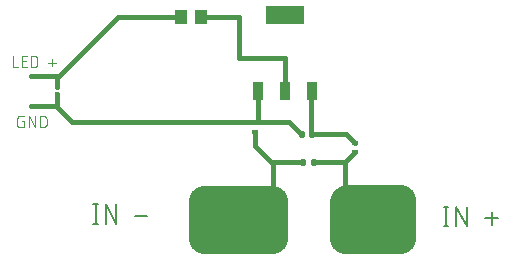
<source format=gtl>
G04 EAGLE Gerber X2 export*
%TF.Part,Single*%
%TF.FileFunction,Copper,L1,Top,Mixed*%
%TF.FilePolarity,Positive*%
%TF.GenerationSoftware,Autodesk,EAGLE,8.6.3*%
%TF.CreationDate,2019-05-08T22:38:58Z*%
G75*
%MOMM*%
%FSLAX34Y34*%
%LPD*%
%AMOC8*
5,1,8,0,0,1.08239X$1,22.5*%
G01*
%ADD10C,0.152400*%
%ADD11C,0.076200*%
%ADD12C,0.286200*%
%ADD13R,1.100000X1.250000*%
%ADD14R,0.600000X0.400000*%
%ADD15R,0.300000X0.400000*%
%ADD16R,0.889000X1.625600*%
%ADD17R,3.175000X1.625600*%
%ADD18C,0.406400*%
%ADD19C,2.540000*%


D10*
X430568Y50018D02*
X430568Y33762D01*
X428762Y33762D02*
X432374Y33762D01*
X432374Y50018D02*
X428762Y50018D01*
X439079Y50018D02*
X439079Y33762D01*
X448110Y33762D02*
X439079Y50018D01*
X448110Y50018D02*
X448110Y33762D01*
X463707Y40084D02*
X474544Y40084D01*
X469125Y45502D02*
X469125Y34665D01*
X133568Y35762D02*
X133568Y52018D01*
X131762Y35762D02*
X135374Y35762D01*
X135374Y52018D02*
X131762Y52018D01*
X142079Y52018D02*
X142079Y35762D01*
X151110Y35762D02*
X142079Y52018D01*
X151110Y52018D02*
X151110Y35762D01*
X166707Y42084D02*
X177544Y42084D01*
D11*
X72602Y122602D02*
X71036Y122602D01*
X72602Y122602D02*
X72602Y117381D01*
X69469Y117381D01*
X69380Y117383D01*
X69292Y117389D01*
X69204Y117398D01*
X69116Y117411D01*
X69029Y117428D01*
X68943Y117448D01*
X68858Y117473D01*
X68773Y117500D01*
X68690Y117532D01*
X68609Y117566D01*
X68529Y117605D01*
X68451Y117646D01*
X68374Y117691D01*
X68300Y117739D01*
X68227Y117790D01*
X68157Y117844D01*
X68090Y117902D01*
X68024Y117962D01*
X67962Y118024D01*
X67902Y118090D01*
X67844Y118157D01*
X67790Y118227D01*
X67739Y118300D01*
X67691Y118374D01*
X67646Y118451D01*
X67605Y118529D01*
X67566Y118609D01*
X67532Y118690D01*
X67500Y118773D01*
X67473Y118858D01*
X67448Y118943D01*
X67428Y119029D01*
X67411Y119116D01*
X67398Y119204D01*
X67389Y119292D01*
X67383Y119380D01*
X67381Y119469D01*
X67381Y124691D01*
X67383Y124782D01*
X67389Y124873D01*
X67399Y124964D01*
X67413Y125054D01*
X67430Y125143D01*
X67452Y125231D01*
X67478Y125319D01*
X67507Y125405D01*
X67540Y125490D01*
X67577Y125573D01*
X67617Y125655D01*
X67661Y125735D01*
X67708Y125813D01*
X67759Y125889D01*
X67812Y125962D01*
X67869Y126033D01*
X67930Y126102D01*
X67993Y126167D01*
X68058Y126230D01*
X68127Y126290D01*
X68198Y126348D01*
X68271Y126401D01*
X68347Y126452D01*
X68425Y126499D01*
X68505Y126543D01*
X68587Y126583D01*
X68670Y126620D01*
X68755Y126653D01*
X68841Y126682D01*
X68929Y126708D01*
X69017Y126730D01*
X69106Y126747D01*
X69196Y126761D01*
X69287Y126771D01*
X69378Y126777D01*
X69469Y126779D01*
X72602Y126779D01*
X77135Y126779D02*
X77135Y117381D01*
X82356Y117381D02*
X77135Y126779D01*
X82356Y126779D02*
X82356Y117381D01*
X86888Y117381D02*
X86888Y126779D01*
X89499Y126779D01*
X89599Y126777D01*
X89699Y126771D01*
X89798Y126762D01*
X89898Y126748D01*
X89996Y126731D01*
X90094Y126710D01*
X90191Y126686D01*
X90287Y126657D01*
X90382Y126625D01*
X90475Y126590D01*
X90567Y126551D01*
X90658Y126508D01*
X90746Y126462D01*
X90833Y126412D01*
X90918Y126360D01*
X91001Y126304D01*
X91082Y126245D01*
X91160Y126182D01*
X91236Y126117D01*
X91310Y126049D01*
X91380Y125979D01*
X91448Y125905D01*
X91513Y125829D01*
X91576Y125751D01*
X91635Y125670D01*
X91691Y125587D01*
X91743Y125502D01*
X91793Y125415D01*
X91839Y125327D01*
X91882Y125236D01*
X91921Y125144D01*
X91956Y125051D01*
X91988Y124956D01*
X92017Y124860D01*
X92041Y124763D01*
X92062Y124665D01*
X92079Y124567D01*
X92093Y124467D01*
X92102Y124368D01*
X92108Y124268D01*
X92110Y124168D01*
X92109Y124168D02*
X92109Y119992D01*
X92110Y119992D02*
X92108Y119892D01*
X92102Y119792D01*
X92093Y119693D01*
X92079Y119593D01*
X92062Y119495D01*
X92041Y119397D01*
X92017Y119300D01*
X91988Y119204D01*
X91956Y119109D01*
X91921Y119016D01*
X91882Y118924D01*
X91839Y118833D01*
X91793Y118745D01*
X91743Y118658D01*
X91691Y118573D01*
X91635Y118490D01*
X91576Y118409D01*
X91513Y118331D01*
X91448Y118255D01*
X91380Y118181D01*
X91310Y118111D01*
X91236Y118043D01*
X91160Y117978D01*
X91082Y117915D01*
X91001Y117856D01*
X90918Y117800D01*
X90833Y117748D01*
X90746Y117698D01*
X90658Y117652D01*
X90567Y117609D01*
X90475Y117570D01*
X90382Y117535D01*
X90287Y117503D01*
X90191Y117474D01*
X90094Y117450D01*
X89996Y117429D01*
X89898Y117412D01*
X89798Y117398D01*
X89699Y117389D01*
X89599Y117383D01*
X89499Y117381D01*
X86888Y117381D01*
X63381Y168381D02*
X63381Y177779D01*
X63381Y168381D02*
X67558Y168381D01*
X71306Y168381D02*
X75483Y168381D01*
X71306Y168381D02*
X71306Y177779D01*
X75483Y177779D01*
X74438Y173602D02*
X71306Y173602D01*
X79213Y177779D02*
X79213Y168381D01*
X79213Y177779D02*
X81824Y177779D01*
X81924Y177777D01*
X82024Y177771D01*
X82123Y177762D01*
X82223Y177748D01*
X82321Y177731D01*
X82419Y177710D01*
X82516Y177686D01*
X82612Y177657D01*
X82707Y177625D01*
X82800Y177590D01*
X82892Y177551D01*
X82983Y177508D01*
X83071Y177462D01*
X83158Y177412D01*
X83243Y177360D01*
X83326Y177304D01*
X83407Y177245D01*
X83485Y177182D01*
X83561Y177117D01*
X83635Y177049D01*
X83705Y176979D01*
X83773Y176905D01*
X83838Y176829D01*
X83901Y176751D01*
X83960Y176670D01*
X84016Y176587D01*
X84068Y176502D01*
X84118Y176415D01*
X84164Y176327D01*
X84207Y176236D01*
X84246Y176144D01*
X84281Y176051D01*
X84313Y175956D01*
X84342Y175860D01*
X84366Y175763D01*
X84387Y175665D01*
X84404Y175567D01*
X84418Y175467D01*
X84427Y175368D01*
X84433Y175268D01*
X84435Y175168D01*
X84434Y175168D02*
X84434Y170992D01*
X84435Y170992D02*
X84433Y170892D01*
X84427Y170792D01*
X84418Y170693D01*
X84404Y170593D01*
X84387Y170495D01*
X84366Y170397D01*
X84342Y170300D01*
X84313Y170204D01*
X84281Y170109D01*
X84246Y170016D01*
X84207Y169924D01*
X84164Y169833D01*
X84118Y169745D01*
X84068Y169658D01*
X84016Y169573D01*
X83960Y169490D01*
X83901Y169409D01*
X83838Y169331D01*
X83773Y169255D01*
X83705Y169181D01*
X83635Y169111D01*
X83561Y169043D01*
X83485Y168978D01*
X83407Y168915D01*
X83326Y168856D01*
X83243Y168800D01*
X83158Y168748D01*
X83071Y168698D01*
X82983Y168652D01*
X82892Y168609D01*
X82800Y168570D01*
X82707Y168535D01*
X82612Y168503D01*
X82516Y168474D01*
X82419Y168450D01*
X82321Y168429D01*
X82223Y168412D01*
X82123Y168398D01*
X82024Y168389D01*
X81924Y168383D01*
X81824Y168381D01*
X79213Y168381D01*
X93626Y172036D02*
X99891Y172036D01*
X96759Y175168D02*
X96759Y168903D01*
D12*
X315031Y113169D02*
X315031Y110031D01*
X315031Y113169D02*
X317569Y113169D01*
X317569Y110031D01*
X315031Y110031D01*
X315031Y112892D02*
X317569Y112892D01*
X306431Y113169D02*
X306431Y110031D01*
X306431Y113169D02*
X308969Y113169D01*
X308969Y110031D01*
X306431Y110031D01*
X306431Y112892D02*
X308969Y112892D01*
X316531Y89169D02*
X316531Y86031D01*
X316531Y89169D02*
X319069Y89169D01*
X319069Y86031D01*
X316531Y86031D01*
X316531Y88892D02*
X319069Y88892D01*
X307931Y89169D02*
X307931Y86031D01*
X307931Y89169D02*
X310469Y89169D01*
X310469Y86031D01*
X307931Y86031D01*
X307931Y88892D02*
X310469Y88892D01*
D13*
X222700Y210800D03*
X205700Y210800D03*
D14*
X353200Y96000D03*
X353200Y104000D03*
X268800Y121700D03*
X268800Y113700D03*
D15*
X100900Y151500D03*
X100900Y145500D03*
D16*
X270886Y147996D03*
X294000Y147996D03*
X317114Y147996D03*
D17*
X294000Y212004D03*
D18*
X317800Y87600D02*
X344800Y87600D01*
X353200Y96000D01*
X344800Y87600D02*
X344800Y54200D01*
X345000Y54000D01*
D19*
X344800Y54200D02*
X344800Y38000D01*
X344800Y23060D01*
X345000Y22860D01*
X392000Y22860D01*
X392000Y56000D01*
X346600Y56000D01*
X344800Y54200D01*
X344800Y38000D02*
X378000Y38000D01*
D18*
X309200Y87600D02*
X282400Y87600D01*
X268800Y101200D02*
X268800Y113700D01*
X268800Y101200D02*
X282400Y87600D01*
X284000Y86000D01*
X284000Y55000D01*
D19*
X284000Y22860D01*
X268000Y22860D01*
X268000Y37000D01*
X269000Y38000D01*
X284000Y55000D02*
X225000Y55000D01*
X225000Y22860D01*
X268000Y22860D01*
X268000Y37000D02*
X268000Y40000D01*
X239000Y40000D01*
D18*
X316300Y111600D02*
X316300Y147182D01*
X317114Y147996D01*
X345600Y111600D02*
X353200Y104000D01*
X345600Y111600D02*
X316300Y111600D01*
X307700Y111600D02*
X297600Y121700D01*
X271000Y121700D01*
X268800Y121700D01*
X270886Y121814D02*
X270886Y147996D01*
X270886Y121814D02*
X271000Y121700D01*
X100900Y134100D02*
X100900Y145500D01*
X113300Y121700D02*
X268800Y121700D01*
X113300Y121700D02*
X100900Y134100D01*
X100000Y135000D01*
X79000Y135000D01*
X100900Y151500D02*
X100900Y158900D01*
X152800Y210800D02*
X205700Y210800D01*
X103000Y161000D02*
X100900Y158900D01*
X103000Y161000D02*
X152800Y210800D01*
X103000Y161000D02*
X79000Y161000D01*
X222700Y210800D02*
X255000Y210800D01*
X255000Y176000D01*
X294000Y176000D01*
X294000Y147996D01*
M02*

</source>
